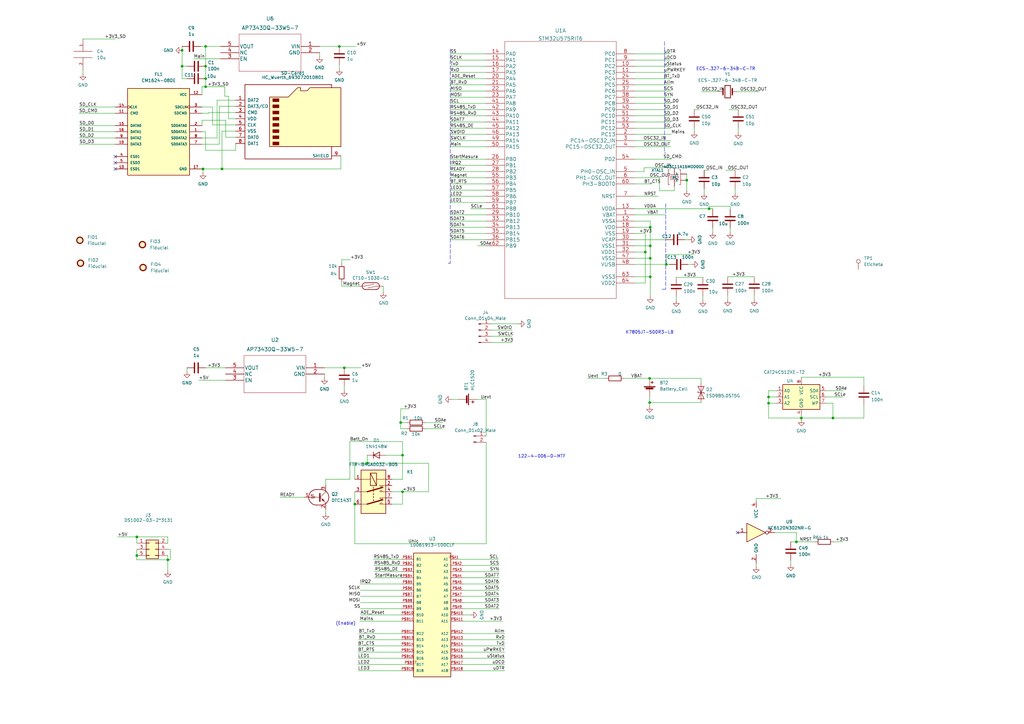
<source format=kicad_sch>
(kicad_sch (version 20211123) (generator eeschema)
  (paper "A3")
  (title_block (title "CPU ") (rev "4.0") (company "Delta Electronics SRL"))
  (junction (at 266.7 113.538))
  (junction (at 164.3126 173.3042))
  (junction (at 266.446 155.194))
  (junction (at 165.1 186.69))
  (junction (at 281.686 73.914))
  (junction (at 315.214 165.354))
  (junction (at 273.304 108.458))
  (junction (at 145.542 206.756))
  (junction (at 290.83 85.598))
  (junction (at 141.224 150.876))
  (junction (at 84.328 19.05))
  (junction (at 341.63 171.45))
  (junction (at 91.059 69.2912))
  (junction (at 315.214 162.814))
  (junction (at 74.676 27.178))
  (junction (at 68.834 229.616))
  (junction (at 83.2612 69.2912))
  (junction (at 326.644 222.25))
  (junction (at 74.676 20.6502))
  (junction (at 150.622 189.992))
  (junction (at 56.134 227.838))
  (junction (at 328.676 171.45))
  (junction (at 266.7 105.918))
  (junction (at 84.328 32.258))
  (junction (at 84.328 35.56))
  (junction (at 264.668 103.378))
  (junction (at 266.7 93.218))
  (junction (at 84.328 27.178))
  (junction (at 165.1 201.676))
  (junction (at 139.192 19.05))
  (junction (at 266.7 100.838))
  (junction (at 266.446 165.1))
  (junction (at 56.134 220.218))
  (no_connect (at 47.2948 69.2912))
  (no_connect (at 454.66 81.28))
  (no_connect (at 302.514 218.44))
  (no_connect (at 47.2948 66.7512))
  (no_connect (at 47.2948 64.2112))
  (wire (pts (xy 81.534 155.956) (xy 92.456 155.956)))
  (polyline (pts (xy 184.658 107.95) (xy 183.896 107.95)))
  (wire (pts (xy 56.134 222.758) (xy 56.134 220.218)))
  (wire (pts (xy 47.2948 46.4312) (xy 32.4104 46.4312)))
  (wire (pts (xy 310.134 231.14) (xy 310.134 232.41)))
  (wire (pts (xy 68.834 229.616) (xy 68.834 234.188)))
  (wire (pts (xy 189.992 234.442) (xy 204.724 234.442)))
  (wire (pts (xy 89.8906 59.1312) (xy 89.8906 43.6118)))
  (wire (pts (xy 140.1318 106.5022) (xy 140.1318 108.0516)))
  (wire (pts (xy 260.35 93.218) (xy 266.7 93.218)))
  (wire (pts (xy 309.372 121.158) (xy 309.372 122.936)))
  (wire (pts (xy 164.3126 175.8442) (xy 166.8526 175.8442)))
  (wire (pts (xy 189.992 254.762) (xy 205.994 254.762)))
  (wire (pts (xy 338.836 162.814) (xy 345.694 162.814)))
  (wire (pts (xy 184.658 67.818) (xy 199.39 67.818)))
  (wire (pts (xy 184.658 98.298) (xy 199.39 98.298)))
  (wire (pts (xy 288.798 69.85) (xy 290.83 69.85)))
  (wire (pts (xy 145.542 189.992) (xy 145.542 196.596)))
  (wire (pts (xy 84.328 35.56) (xy 92.1766 35.56)))
  (wire (pts (xy 324.3326 222.25) (xy 326.644 222.25)))
  (wire (pts (xy 201.422 140.462) (xy 210.058 140.462)))
  (wire (pts (xy 315.214 165.354) (xy 318.516 165.354)))
  (wire (pts (xy 260.35 100.838) (xy 266.7 100.838)))
  (wire (pts (xy 165.1 196.596) (xy 160.782 196.596)))
  (wire (pts (xy 345.7702 160.2232) (xy 345.7702 160.274)))
  (polyline (pts (xy 271.526 118.618) (xy 273.05 118.618)))
  (wire (pts (xy 199.39 223.012) (xy 199.39 181.356)))
  (wire (pts (xy 184.658 47.498) (xy 199.39 47.498)))
  (wire (pts (xy 89.027 41.0718) (xy 96.647 41.0718)))
  (wire (pts (xy 284.734 44.958) (xy 286.766 44.958)))
  (wire (pts (xy 273.304 108.458) (xy 274.574 108.458)))
  (wire (pts (xy 93.726 39.4462) (xy 92.1766 39.4462)))
  (wire (pts (xy 315.214 160.274) (xy 315.214 162.814)))
  (wire (pts (xy 201.422 135.382) (xy 210.058 135.382)))
  (wire (pts (xy 277.368 121.412) (xy 277.368 123.19)))
  (wire (pts (xy 315.214 165.354) (xy 315.214 171.45)))
  (wire (pts (xy 354.33 158.242) (xy 354.33 154.686)))
  (wire (pts (xy 82.8548 54.0512) (xy 84.3026 54.0512)))
  (wire (pts (xy 153.162 229.362) (xy 164.592 229.362)))
  (wire (pts (xy 204.724 231.902) (xy 189.992 231.902)))
  (wire (pts (xy 275.082 60.198) (xy 260.35 60.198)))
  (wire (pts (xy 199.39 93.218) (xy 184.658 93.218)))
  (wire (pts (xy 96.647 61.6712) (xy 96.647 58.8518)))
  (wire (pts (xy 184.658 70.358) (xy 199.39 70.358)))
  (wire (pts (xy 275.082 27.178) (xy 260.35 27.178)))
  (wire (pts (xy 140.1318 117.348) (xy 146.9898 117.348)))
  (wire (pts (xy 150.622 189.992) (xy 175.768 189.992)))
  (wire (pts (xy 133.096 150.876) (xy 141.224 150.876)))
  (wire (pts (xy 158.242 186.69) (xy 165.1 186.69)))
  (wire (pts (xy 92.6084 49.3522) (xy 82.8548 49.3522)))
  (wire (pts (xy 326.644 222.25) (xy 334.264 222.25)))
  (wire (pts (xy 275.082 57.658) (xy 260.35 57.658)))
  (wire (pts (xy 341.63 165.354) (xy 338.836 165.354)))
  (wire (pts (xy 241.046 155.194) (xy 248.412 155.194)))
  (wire (pts (xy 266.7 90.678) (xy 266.7 93.218)))
  (wire (pts (xy 147.828 247.142) (xy 164.592 247.142)))
  (wire (pts (xy 82.8548 69.2912) (xy 83.2612 69.2912)))
  (wire (pts (xy 315.214 162.814) (xy 318.516 162.814)))
  (wire (pts (xy 184.658 24.638) (xy 199.39 24.638)))
  (wire (pts (xy 32.512 51.5112) (xy 47.2948 51.5112)))
  (polyline (pts (xy 183.896 107.95) (xy 183.896 107.95)))
  (wire (pts (xy 260.35 113.538) (xy 266.7 113.538)))
  (wire (pts (xy 187.452 229.362) (xy 204.47 229.362)))
  (wire (pts (xy 189.992 252.222) (xy 193.04 252.222)))
  (wire (pts (xy 164.3126 173.3042) (xy 166.8526 173.3042)))
  (wire (pts (xy 164.3126 173.3042) (xy 164.3126 175.8442)))
  (wire (pts (xy 290.83 84.582) (xy 290.83 85.598)))
  (wire (pts (xy 133.096 153.416) (xy 133.096 155.0162)))
  (wire (pts (xy 275.082 42.418) (xy 260.35 42.418)))
  (wire (pts (xy 145.542 206.756) (xy 145.542 223.012)))
  (wire (pts (xy 84.328 32.258) (xy 84.328 35.56)))
  (wire (pts (xy 275.082 47.498) (xy 260.35 47.498)))
  (wire (pts (xy 147.828 244.602) (xy 164.592 244.602)))
  (wire (pts (xy 189.992 244.602) (xy 204.724 244.602)))
  (wire (pts (xy 199.39 88.138) (xy 184.658 88.138)))
  (wire (pts (xy 354.33 165.862) (xy 354.33 171.45)))
  (wire (pts (xy 82.8548 56.5912) (xy 89.027 56.5912)))
  (wire (pts (xy 260.35 50.038) (xy 275.082 50.038)))
  (wire (pts (xy 74.676 27.178) (xy 76.708 27.178)))
  (wire (pts (xy 287.528 164.846) (xy 287.528 165.1)))
  (wire (pts (xy 76.708 32.258) (xy 74.676 32.258)))
  (wire (pts (xy 160.782 201.676) (xy 165.1 201.676)))
  (wire (pts (xy 297.688 69.85) (xy 301.498 69.85)))
  (wire (pts (xy 141.224 158.496) (xy 141.224 160.0962)))
  (wire (pts (xy 266.446 162.814) (xy 266.446 165.1)))
  (wire (pts (xy 193.04 85.598) (xy 199.39 85.598)))
  (wire (pts (xy 328.676 155.194) (xy 328.676 154.686)))
  (wire (pts (xy 287.528 165.1) (xy 266.446 165.1)))
  (wire (pts (xy 74.676 19.05) (xy 74.676 20.6502)))
  (wire (pts (xy 34.036 16.002) (xy 47.244 16.002)))
  (wire (pts (xy 184.658 57.658) (xy 199.39 57.658)))
  (wire (pts (xy 292.354 93.472) (xy 292.354 95.25)))
  (wire (pts (xy 56.134 229.616) (xy 68.834 229.616)))
  (wire (pts (xy 85.598 46.1518) (xy 85.598 46.4312)))
  (wire (pts (xy 147.828 252.222) (xy 164.592 252.222)))
  (wire (pts (xy 184.658 72.898) (xy 199.39 72.898)))
  (wire (pts (xy 264.668 116.078) (xy 264.668 103.378)))
  (wire (pts (xy 287.528 155.194) (xy 287.528 157.226)))
  (wire (pts (xy 74.676 27.178) (xy 74.676 32.258)))
  (wire (pts (xy 275.336 65.278) (xy 260.35 65.278)))
  (wire (pts (xy 164.3126 167.6908) (xy 167.7924 167.6908)))
  (wire (pts (xy 84.3026 54.0512) (xy 84.3026 61.6712)))
  (wire (pts (xy 184.658 95.758) (xy 199.39 95.758)))
  (wire (pts (xy 96.647 46.1518) (xy 85.598 46.1518)))
  (wire (pts (xy 146.812 267.462) (xy 164.592 267.462)))
  (wire (pts (xy 273.304 108.458) (xy 273.304 104.394)))
  (wire (pts (xy 195.58 163.83) (xy 199.39 163.83)))
  (wire (pts (xy 260.35 85.598) (xy 290.83 85.598)))
  (wire (pts (xy 164.3126 167.6908) (xy 164.3126 173.3042)))
  (wire (pts (xy 147.574 254.762) (xy 164.592 254.762)))
  (wire (pts (xy 260.35 32.258) (xy 275.336 32.258)))
  (polyline (pts (xy 272.542 17.018) (xy 272.542 62.738)))
  (wire (pts (xy 260.35 88.138) (xy 273.05 88.138)))
  (wire (pts (xy 266.7 100.838) (xy 266.7 105.918)))
  (wire (pts (xy 184.658 80.518) (xy 199.39 80.518)))
  (wire (pts (xy 174.4726 173.3042) (xy 181.4068 173.3042)))
  (wire (pts (xy 84.328 27.178) (xy 84.328 32.258)))
  (wire (pts (xy 341.884 222.25) (xy 345.6432 222.25)))
  (wire (pts (xy 153.67 236.982) (xy 164.592 236.982)))
  (wire (pts (xy 310.134 205.74) (xy 310.134 204.47)))
  (wire (pts (xy 184.658 90.678) (xy 199.39 90.678)))
  (wire (pts (xy 275.082 24.638) (xy 260.35 24.638)))
  (wire (pts (xy 48.26 220.218) (xy 56.134 220.218)))
  (wire (pts (xy 89.027 56.5912) (xy 89.027 41.0718)))
  (wire (pts (xy 326.644 218.44) (xy 326.644 222.25)))
  (wire (pts (xy 184.658 83.058) (xy 199.39 83.058)))
  (wire (pts (xy 184.658 34.798) (xy 199.39 34.798)))
  (wire (pts (xy 139.192 26.67) (xy 139.192 28.2702)))
  (wire (pts (xy 82.8548 49.3522) (xy 82.8548 51.5112)))
  (wire (pts (xy 141.224 150.876) (xy 148.082 150.876)))
  (wire (pts (xy 184.658 65.278) (xy 199.39 65.278)))
  (wire (pts (xy 32.4866 56.5912) (xy 47.2948 56.5912)))
  (wire (pts (xy 338.836 160.274) (xy 345.7702 160.274)))
  (wire (pts (xy 315.214 171.45) (xy 328.676 171.45)))
  (wire (pts (xy 84.328 150.876) (xy 92.456 150.876)))
  (wire (pts (xy 260.35 72.898) (xy 270.51 72.898)))
  (wire (pts (xy 91.059 53.7718) (xy 91.059 69.2912)))
  (wire (pts (xy 96.647 51.2318) (xy 87.1728 51.2318)))
  (wire (pts (xy 189.992 275.082) (xy 207.01 275.082)))
  (wire (pts (xy 187.96 163.83) (xy 185.166 163.83)))
  (wire (pts (xy 143.51 181.102) (xy 143.51 196.596)))
  (wire (pts (xy 147.066 262.382) (xy 164.592 262.382)))
  (wire (pts (xy 287.782 37.592) (xy 294.64 37.592)))
  (wire (pts (xy 189.992 272.542) (xy 207.01 272.542)))
  (wire (pts (xy 270.51 78.232) (xy 276.606 78.232)))
  (wire (pts (xy 266.7 93.218) (xy 266.7 100.838)))
  (wire (pts (xy 299.466 85.852) (xy 299.466 84.582)))
  (wire (pts (xy 299.466 84.582) (xy 290.83 84.582)))
  (wire (pts (xy 201.422 132.842) (xy 212.598 132.842)))
  (wire (pts (xy 264.16 70.358) (xy 264.16 68.834)))
  (wire (pts (xy 260.35 103.378) (xy 264.668 103.378)))
  (wire (pts (xy 82.8548 59.1312) (xy 89.8906 59.1312)))
  (wire (pts (xy 264.668 95.758) (xy 264.668 103.378)))
  (wire (pts (xy 87.1728 43.8912) (xy 82.8548 43.8912)))
  (wire (pts (xy 184.658 27.178) (xy 199.39 27.178)))
  (wire (pts (xy 199.39 32.258) (xy 184.658 32.258)))
  (wire (pts (xy 56.134 225.298) (xy 56.134 227.838)))
  (wire (pts (xy 282.194 108.458) (xy 283.718 108.458)))
  (wire (pts (xy 74.676 20.6502) (xy 74.676 27.178)))
  (wire (pts (xy 133.604 209.042) (xy 133.604 210.566)))
  (wire (pts (xy 301.498 77.47) (xy 301.498 79.248)))
  (wire (pts (xy 260.35 70.358) (xy 264.16 70.358)))
  (wire (pts (xy 275.082 44.958) (xy 260.35 44.958)))
  (wire (pts (xy 181.4068 173.2534) (xy 181.4068 173.3042)))
  (wire (pts (xy 47.2948 59.1312) (xy 32.5374 59.1312)))
  (wire (pts (xy 87.1728 51.2318) (xy 87.1728 43.8912)))
  (wire (pts (xy 275.082 22.098) (xy 260.35 22.098)))
  (wire (pts (xy 184.658 52.578) (xy 199.39 52.578)))
  (wire (pts (xy 68.834 227.838) (xy 68.834 229.616)))
  (wire (pts (xy 277.368 113.792) (xy 288.29 113.792)))
  (wire (pts (xy 315.214 162.814) (xy 315.214 165.354)))
  (wire (pts (xy 204.724 236.982) (xy 189.992 236.982)))
  (wire (pts (xy 139.827 63.9318) (xy 139.827 69.2912)))
  (wire (pts (xy 290.83 85.598) (xy 292.354 85.598)))
  (wire (pts (xy 89.8906 43.6118) (xy 96.647 43.6118)))
  (wire (pts (xy 260.35 80.518) (xy 270.002 80.518)))
  (wire (pts (xy 157.226 119.888) (xy 157.1498 117.348)))
  (wire (pts (xy 189.992 270.002) (xy 207.01 270.002)))
  (wire (pts (xy 34.036 28.702) (xy 34.036 30.3022)))
  (wire (pts (xy 302.768 52.578) (xy 302.768 54.356)))
  (wire (pts (xy 184.658 55.118) (xy 199.39 55.118)))
  (wire (pts (xy 260.35 108.458) (xy 273.304 108.458)))
  (wire (pts (xy 184.658 39.878) (xy 199.39 39.878)))
  (wire (pts (xy 69.85 225.298) (xy 69.85 229.616)))
  (wire (pts (xy 204.724 239.522) (xy 189.992 239.522)))
  (wire (pts (xy 275.082 34.798) (xy 260.35 34.798)))
  (wire (pts (xy 96.647 48.6918) (xy 93.726 48.6918)))
  (wire (pts (xy 266.446 155.194) (xy 287.528 155.194)))
  (wire (pts (xy 184.658 50.038) (xy 199.39 50.038)))
  (wire (pts (xy 93.726 48.6918) (xy 93.726 39.4462)))
  (wire (pts (xy 133.604 196.596) (xy 133.604 198.882)))
  (wire (pts (xy 145.542 189.992) (xy 150.622 189.992)))
  (polyline (pts (xy 184.658 20.066) (xy 184.658 107.95)))
  (polyline (pts (xy 272.542 62.738) (xy 273.05 62.738)))
  (wire (pts (xy 207.01 267.462) (xy 189.992 267.462)))
  (wire (pts (xy 85.598 46.4312) (xy 82.8548 46.4312)))
  (wire (pts (xy 341.63 171.45) (xy 341.63 165.354)))
  (wire (pts (xy 318.516 160.274) (xy 315.214 160.274)))
  (wire (pts (xy 184.658 60.198) (xy 199.39 60.198)))
  (wire (pts (xy 69.85 229.616) (xy 68.834 229.616)))
  (wire (pts (xy 79.502 24.13) (xy 90.424 24.13)))
  (wire (pts (xy 298.45 121.158) (xy 298.45 122.936)))
  (wire (pts (xy 280.924 98.298) (xy 282.448 98.298)))
  (wire (pts (xy 260.35 37.338) (xy 275.082 37.338)))
  (wire (pts (xy 76.708 150.876) (xy 76.708 152.4762)))
  (wire (pts (xy 165.1 181.102) (xy 143.51 181.102)))
  (wire (pts (xy 302.26 37.592) (xy 311.404 37.592)))
  (wire (pts (xy 82.296 19.05) (xy 84.328 19.05)))
  (wire (pts (xy 266.7 105.918) (xy 266.7 113.538)))
  (wire (pts (xy 310.134 204.47) (xy 320.294 204.47)))
  (wire (pts (xy 140.1318 106.5022) (xy 143.6878 106.5022)))
  (wire (pts (xy 201.422 137.922) (xy 210.058 137.922)))
  (wire (pts (xy 324.3326 229.87) (xy 324.3326 231.5718)))
  (wire (pts (xy 184.658 29.718) (xy 199.39 29.718)))
  (wire (pts (xy 189.992 249.682) (xy 204.724 249.682)))
  (wire (pts (xy 270.51 72.898) (xy 270.51 78.232)))
  (wire (pts (xy 32.512 54.0512) (xy 47.2948 54.0512)))
  (wire (pts (xy 146.812 275.082) (xy 164.592 275.082)))
  (wire (pts (xy 184.658 22.098) (xy 199.39 22.098)))
  (wire (pts (xy 147.828 249.682) (xy 164.592 249.682)))
  (wire (pts (xy 260.35 55.118) (xy 275.336 55.118)))
  (wire (pts (xy 160.782 206.756) (xy 165.1 206.756)))
  (wire (pts (xy 56.134 220.218) (xy 68.834 220.218)))
  (wire (pts (xy 199.39 75.438) (xy 184.658 75.438)))
  (wire (pts (xy 354.33 171.45) (xy 341.63 171.45)))
  (wire (pts (xy 140.1318 115.6716) (xy 140.1318 117.348)))
  (wire (pts (xy 204.724 242.062) (xy 189.992 242.062)))
  (wire (pts (xy 275.082 29.718) (xy 260.35 29.718)))
  (wire (pts (xy 328.676 170.434) (xy 328.676 171.45)))
  (wire (pts (xy 82.8548 38.8112) (xy 82.8548 35.56)))
  (wire (pts (xy 146.812 272.542) (xy 167.132 272.542)))
  (wire (pts (xy 84.328 19.05) (xy 84.328 27.178)))
  (wire (pts (xy 153.416 231.902) (xy 164.592 231.902)))
  (wire (pts (xy 273.304 104.394) (xy 284.734 104.394)))
  (wire (pts (xy 139.192 19.05) (xy 146.05 19.05)))
  (wire (pts (xy 298.958 44.958) (xy 302.768 44.958)))
  (wire (pts (xy 90.424 19.05) (xy 84.328 19.05)))
  (wire (pts (xy 260.35 105.918) (xy 266.7 105.918)))
  (wire (pts (xy 56.134 227.838) (xy 56.134 229.616)))
  (wire (pts (xy 266.7 113.538) (xy 266.7 121.666)))
  (wire (pts (xy 281.686 71.374) (xy 281.686 73.914)))
  (wire (pts (xy 165.1 201.676) (xy 175.768 201.676)))
  (wire (pts (xy 153.67 234.442) (xy 164.592 234.442)))
  (wire (pts (xy 260.35 98.298) (xy 273.304 98.298)))
  (wire (pts (xy 275.082 52.578) (xy 260.35 52.578)))
  (wire (pts (xy 92.6084 56.3118) (xy 92.6084 49.3522)))
  (wire (pts (xy 165.1 181.102) (xy 165.1 186.69)))
  (wire (pts (xy 317.754 218.44) (xy 326.644 218.44)))
  (wire (pts (xy 145.542 201.676) (xy 145.542 206.756)))
  (wire (pts (xy 92.1766 39.4462) (xy 92.1766 35.56)))
  (wire (pts (xy 298.45 113.538) (xy 309.372 113.538)))
  (wire (pts (xy 264.16 68.834) (xy 276.606 68.834)))
  (wire (pts (xy 114.808 203.962) (xy 124.714 203.962)))
  (wire (pts (xy 275.082 39.878) (xy 260.35 39.878)))
  (wire (pts (xy 146.812 270.002) (xy 164.592 270.002)))
  (wire (pts (xy 68.834 225.298) (xy 69.85 225.298)))
  (wire (pts (xy 184.658 77.978) (xy 199.39 77.978)))
  (wire (pts (xy 184.658 37.338) (xy 199.39 37.338)))
  (wire (pts (xy 83.2612 69.2912) (xy 83.2612 70.8914)))
  (wire (pts (xy 276.606 78.232) (xy 276.606 76.454)))
  (wire (pts (xy 207.01 262.382) (xy 189.992 262.382)))
  (wire (pts (xy 204.724 247.142) (xy 189.992 247.142)))
  (wire (pts (xy 299.466 93.472) (xy 299.466 95.25)))
  (wire (pts (xy 147.828 242.062) (xy 164.592 242.062)))
  (wire (pts (xy 328.676 171.45) (xy 341.63 171.45)))
  (wire (pts (xy 288.798 77.47) (xy 288.798 79.248)))
  (wire (pts (xy 150.622 186.69) (xy 150.622 189.992)))
  (wire (pts (xy 266.446 165.1) (xy 266.446 166.624)))
  (wire (pts (xy 146.812 264.922) (xy 164.592 264.922)))
  (wire (pts (xy 131.064 21.59) (xy 131.064 23.1902)))
  (wire (pts (xy 281.686 73.914) (xy 281.686 78.232)))
  (wire (pts (xy 207.01 259.842) (xy 189.992 259.842)))
  (wire (pts (xy 260.35 90.678) (xy 266.7 90.678)))
  (wire (pts (xy 84.3026 61.6712) (xy 96.647 61.6712)))
  (wire (pts (xy 292.354 85.598) (xy 292.354 85.852)))
  (wire (pts (xy 260.35 95.758) (xy 264.668 95.758)))
  (wire (pts (xy 96.647 53.7718) (xy 91.059 53.7718)))
  (wire (pts (xy 260.35 75.438) (xy 267.462 75.438)))
  (wire (pts (xy 328.676 154.686) (xy 354.33 154.686)))
  (polyline (pts (xy 273.05 83.566) (xy 273.05 118.618)))
  (wire (pts (xy 82.8548 35.56) (xy 84.328 35.56)))
  (wire (pts (xy 68.834 220.218) (xy 68.834 222.758)))
  (wire (pts (xy 139.827 69.2912) (xy 91.059 69.2912)))
  (wire (pts (xy 147.066 259.842) (xy 164.592 259.842)))
  (wire (pts (xy 165.1 206.756) (xy 165.1 201.676)))
  (wire (pts (xy 184.658 42.418) (xy 199.39 42.418)))
  (wire (pts (xy 32.4866 43.8912) (xy 47.2948 43.8912)))
  (wire (pts (xy 147.574 239.522) (xy 164.592 239.522)))
  (wire (pts (xy 199.39 163.83) (xy 199.39 178.816)))
  (wire (pts (xy 165.1 186.69) (xy 165.1 196.596)))
  (wire (pts (xy 131.064 19.05) (xy 139.192 19.05)))
  (wire (pts (xy 266.446 155.194) (xy 256.032 155.194)))
  (wire (pts (xy 207.01 264.922) (xy 189.992 264.922)))
  (wire (pts (xy 175.768 201.676) (xy 175.768 189.992)))
  (wire (pts (xy 133.604 196.596) (xy 143.51 196.596)))
  (wire (pts (xy 328.676 171.45) (xy 328.676 172.1358)))
  (wire (pts (xy 174.4726 175.8442) (xy 181.3306 175.8442)))
  (wire (pts (xy 284.734 52.578) (xy 284.734 54.102)))
  (wire (pts (xy 199.39 44.958) (xy 184.658 44.958)))
  (wire (pts (xy 96.647 56.3118) (xy 92.6084 56.3118)))
  (wire (pts (xy 145.542 223.012) (xy 199.39 223.012)))
  (wire (pts (xy 288.29 121.412) (xy 288.29 123.19)))
  (wire (pts (xy 91.059 69.2912) (xy 83.2612 69.2912)))
  (wire (pts (xy 260.35 116.078) (xy 264.668 116.078)))
  (wire (pts (xy 195.834 100.838) (xy 199.39 100.838)))
  (text "ECS-.327-6-34B-C-TR" (at 285.496 29.1084 0) (effects (font (size 1.27 1.27)) (justify left bottom)))
  (text "K7805JT-500R3-LB" (at 256.54 137.16 0) (effects (font (size 1.27 1.27)) (justify left bottom)))
  (text "(Enable)" (at 137.668 256.54 0) (effects (font (size 1.27 1.27)) (justify left bottom)))
  (text "122-4-006-0-MTF" (at 212.4202 188.0108 0) (effects (font (size 1.27 1.27)) (justify left bottom)))
  (label "Uext" (at 241.046 155.194 0))
  (label "Mains" (at 275.336 55.118 0))
  (label "OSC_OUT" (at 266.446 72.898 0))
  (label "SD_D2" (at 272.288 47.498 0))
  (label "SDAe" (at 196.85 100.838 0))
  (label "Batt_On" (at 143.51 181.102 0))
  (label "OSC32_IN" (at 287.782 37.592 0))
  (label "OSC32_IN" (at 285.496 44.958 0))
  (label "SD_D0" (at 32.512 51.5112 0))
  (label "NRST" (at 264.16 80.518 0))
  (label "ADE_Reset" (at 147.828 252.222 0))
  (label "RS485_DE" (at 153.67 234.442 0))
  (label "RxD" (at 184.658 29.718 0))
  (label "SDAT5" (at 204.724 242.062 180))
  (label "OSC32_OUT" (at 303.53 37.592 0))
  (label "OSC32_OUT" (at 263.906 60.198 0))
  (label "SDAT4" (at 184.658 93.218 0))
  (label "LED3" (at 184.658 77.978 0))
  (label "SDAT6" (at 184.658 98.298 0))
  (label "RS485_TxD" (at 184.658 44.958 0))
  (label "+3V3" (at 335.534 154.686 0))
  (label "OSC_OUT" (at 298.45 69.85 0))
  (label "BT_RTS" (at 146.812 267.462 0))
  (label "SDAe" (at 342.5952 160.274 0))
  (label "TxD" (at 184.658 27.178 0))
  (label "uDTR" (at 272.288 22.098 0))
  (label "SDAT2" (at 184.658 88.138 0))
  (label "SDAT7" (at 204.724 236.982 180))
  (label "LED1" (at 184.658 83.058 0))
  (label "SDAT7" (at 184.658 50.038 0))
  (label "SDAT4" (at 204.724 244.602 180))
  (label "SCS" (at 272.288 37.338 0))
  (label "+5V" (at 148.082 150.876 0))
  (label "SWDIO" (at 203.962 135.382 0))
  (label "BT_TxD" (at 147.066 259.842 0))
  (label "LED2" (at 184.658 80.518 0))
  (label "VBAT" (at 265.43 88.138 0))
  (label "VDDA" (at 264.16 85.598 0))
  (label "SCL" (at 204.47 229.362 180))
  (label "+3V3" (at 280.162 113.792 0))
  (label "uPWRKEY" (at 272.288 29.718 0))
  (label "Uext" (at 197.104 163.83 0))
  (label "SD_CMD" (at 32.4104 46.4312 0))
  (label "VBAT" (at 258.826 155.194 0))
  (label "uPWRKEY" (at 207.01 267.462 180))
  (label "SWDIO" (at 184.658 55.118 0))
  (label "Magnet" (at 140.6398 117.348 0))
  (label "SCL" (at 184.658 42.418 0))
  (label "SDAT3" (at 204.724 247.142 180))
  (label "LED1" (at 146.812 270.002 0))
  (label "LED3" (at 146.812 275.082 0))
  (label "SCLe" (at 177.7746 175.8442 0))
  (label "IRQ2" (at 184.658 67.818 0))
  (label "ADE_Reset" (at 185.166 32.258 0))
  (label "StartMasura" (at 153.67 236.982 0))
  (label "SWCLK" (at 204.216 137.922 0))
  (label "uStatus" (at 272.288 27.178 0))
  (label "MOSI" (at 184.658 39.878 0))
  (label "OSC32_IN" (at 263.906 57.658 0))
  (label "BT_RxD" (at 147.066 262.382 0))
  (label "BT_CTS" (at 146.812 264.922 0))
  (label "BT_TxD" (at 272.288 32.258 0))
  (label "uDCD" (at 272.288 24.638 0))
  (label "SCLe" (at 193.04 85.598 0))
  (label "SDAT5" (at 184.658 95.758 0))
  (label "Mains" (at 147.574 254.762 0))
  (label "MISO" (at 147.828 244.602 180))
  (label "+3V3" (at 281.94 104.394 0))
  (label "RS485_TxD" (at 153.162 229.362 0))
  (label "NRST" (at 327.9394 222.25 0))
  (label "+3V3" (at 165.1 201.676 0))
  (label "READY" (at 184.658 70.358 0))
  (label "Alim" (at 272.288 34.798 0))
  (label "SDAT2" (at 204.724 249.682 180))
  (label "+3V3_SD" (at 42.926 16.002 0))
  (label "SD_D1" (at 32.512 54.0512 0))
  (label "SD_D3" (at 272.288 50.038 0))
  (label "SD_CLK" (at 32.4866 43.8912 0))
  (label "OSC_IN" (at 268.478 68.834 0))
  (label "RS485_RxD" (at 184.658 47.498 0))
  (label "uDTR" (at 207.01 275.082 180))
  (label "SS" (at 147.828 249.682 180))
  (label "BT_RTS" (at 184.658 75.438 0))
  (label "SDAT3" (at 184.658 90.678 0))
  (label "RxD" (at 207.01 262.382 180))
  (label "TxD" (at 207.01 264.922 180))
  (label "SD_CLK" (at 272.288 52.578 0))
  (label "SDAe" (at 178.2318 173.3042 0))
  (label "SD_D0" (at 272.288 42.418 0))
  (label "BT_RxD" (at 184.658 34.798 0))
  (label "+3V3_SD" (at 85.1154 35.56 0))
  (label "SCLe" (at 342.138 162.814 0))
  (label "+3V3" (at 300.228 113.538 0))
  (label "+3V3" (at 143.6878 106.5022 0))
  (label "+5V" (at 48.26 220.218 0))
  (label "BT_CTS" (at 264.16 75.438 0))
  (label "SD_CMD" (at 272.034 65.278 0))
  (label "StartMasura" (at 184.658 65.278 0))
  (label "Magnet" (at 184.658 72.898 0))
  (label "+5V" (at 81.534 155.956 0))
  (label "RS485_DE" (at 184.658 52.578 0))
  (label "SS" (at 184.658 22.098 0))
  (label "+3V3" (at 205.232 140.462 0))
  (label "+3V3" (at 262.128 95.758 0))
  (label "SD_D3" (at 32.5374 59.1312 0))
  (label "SWCLK" (at 184.658 57.658 0))
  (label "RS485_RxD" (at 153.416 231.902 0))
  (label "LED2" (at 146.812 272.542 0))
  (label "+3V3" (at 165.5064 167.6908 0))
  (label "+3V3" (at 205.994 254.762 180))
  (label "uDCD" (at 207.01 272.542 180))
  (label "MOSI" (at 147.828 247.142 180))
  (label "+5V" (at 146.05 19.05 0))
  (label "+3V3" (at 85.09 150.876 0))
  (label "READY" (at 114.808 203.962 0))
  (label "MISO" (at 184.658 37.338 0))
  (label "SCLK" (at 184.658 24.638 0))
  (label "Main" (at 79.502 24.13 0))
  (label "OSC32_OUT" (at 299.72 44.958 0))
  (label "IRQ2" (at 147.574 239.522 0))
  (label "SDAT6" (at 204.724 239.522 180))
  (label "SD_D1" (at 272.288 44.958 0))
  (label "OSC_IN" (at 289.56 69.85 0))
  (label "SYN" (at 272.288 39.878 0))
  (label "SCLK" (at 147.828 242.062 180))
  (label "Alim" (at 207.01 259.842 180))
  (label "SYN" (at 204.724 234.442 180))
  (label "uStatus" (at 207.01 270.002 180))
  (label "+3V3" (at 342.6968 222.25 0))
  (label "Main" (at 184.658 60.198 0))
  (label "+3V3" (at 313.944 204.47 0))
  (label "Uhlc" (at 167.386 223.012 0))
  (label "SD_D2" (at 32.4866 56.5912 0))
  (label "SCS" (at 204.724 231.902 180))
  (symbol (lib_id "Connector:Micro_SD_Card") (at 119.507 48.6918 0) (unit 1)
    (property "Reference" "SD-Card1" (at 120.142 29.972 0))
    (property "Value" "HC_Wuerth_693072010801" (at 120.142 31.75 0))
    (property "Footprint" "Connector_Card:microSD_HC_Wuerth_693072010801" (effects hide))
    (property "Datasheet" "http://katalog.we-online.de/em/datasheet/693072010801.pdf" (effects hide))
  )
  (symbol (lib_id "power:GND") (at 133.096 155.0162 0) (unit 1)
    (property "Reference" "#PWR010" (effects hide))
    (property "Value" "GND" (at 133.096 159.5787 0))
  )
  (symbol (lib_id "power:GND") (at 328.676 172.1358 0) (unit 1)
    (property "Reference" "#PWR018" (effects hide))
    (property "Value" "GND" (at 328.676 176.6983 0))
  )
  (symbol (lib_id "Device:C") (at 298.45 117.348 0) (unit 1)
    (property "Reference" "C27" (at 301.371 116.4395 0) (effects (justify left)))
    (property "Value" "100n" (at 301.371 119.2146 0) (effects (justify left)))
    (property "Footprint" "Capacitor_SMD:C_0603_1608Metric" (effects hide))
  )
  (symbol (lib_id "Connector:TestPoint") (at 352.044 110.49 0) (unit 1)
    (property "Reference" "TP1" (at 354.33 105.9179 0) (effects (justify left)))
    (property "Value" "Eticheta" (at 354.33 108.4579 0) (effects (justify left)))
    (property "Footprint" "Symbol:Eticheta" (effects hide))
  )
  (symbol (lib_id "Device:C") (at 80.518 32.258 90) (mirror x) (unit 1)
    (property "Reference" "C11" (at 79.502 30.734 90) (effects (justify left)))
    (property "Value" "10u" (at 88.646 31.242 90) (effects (justify left)))
    (property "Footprint" "Capacitor_SMD:C_1206_3216Metric" (effects hide))
  )
  (symbol (lib_id "Diode:ESD9B5.0ST5G") (at 287.528 161.036 90) (unit 1)
    (property "Reference" "D2" (at 289.56 159.7659 90) (effects (justify right)))
    (property "Value" "ESD9B5.0ST5G" (at 289.56 162.3059 90) (effects (justify right)))
    (property "Footprint" "ESD:SOD-923_ONS" (effects hide))
    (property "Datasheet" "https://www.onsemi.com/pub/Collateral/ESD9B-D.PDF" (effects hide))
  )
  (symbol (lib_id "Device:C") (at 139.192 22.86 0) (unit 1)
    (property "Reference" "C10" (at 142.24 21.5899 0) (effects (justify left)))
    (property "Value" "1u" (at 142.24 24.1299 0) (effects (justify left)))
    (property "Footprint" "Capacitor_SMD:C_0603_1608Metric" (effects hide))
  )
  (symbol (lib_id "Device:C") (at 299.466 89.662 0) (unit 1)
    (property "Reference" "C8" (at 302.387 88.7535 0) (effects (justify left)))
    (property "Value" "100n" (at 302.387 91.5286 0) (effects (justify left)))
    (property "Footprint" "Capacitor_SMD:C_0603_1608Metric" (effects hide))
  )
  (symbol (lib_id "power:GND") (at 298.45 122.936 0) (unit 1)
    (property "Reference" "#PWR0147" (effects hide))
    (property "Value" "GND" (at 298.45 127.4985 0))
  )
  (symbol (lib_id "power:GND") (at 131.064 23.1902 0) (unit 1)
    (property "Reference" "#PWR020" (effects hide))
    (property "Value" "GND" (at 131.064 27.7527 0))
  )
  (symbol (lib_id "Device:C") (at 277.368 117.602 0) (unit 1)
    (property "Reference" "C29" (at 280.289 116.6935 0) (effects (justify left)))
    (property "Value" "100n" (at 280.289 119.4686 0) (effects (justify left)))
    (property "Footprint" "Capacitor_SMD:C_0603_1608Metric" (effects hide))
  )
  (symbol (lib_id "Mechanical:Fiducial") (at 33.02 107.95 0) (unit 1)
    (property "Reference" "FID2" (at 36.068 106.6799 0) (effects (justify left)))
    (property "Value" "Fiducial" (at 36.068 109.2199 0) (effects (justify left)))
    (property "Footprint" "Fiducial:Fiducial_1mm_Mask2mm" (effects hide))
  )
  (symbol (lib_id "Device:R") (at 170.6626 175.8442 270) (unit 1)
    (property "Reference" "R2" (at 167.132 177.8 90) (effects (justify right)))
    (property "Value" "10k" (at 172.4406 178.0286 90) (effects (justify right)))
    (property "Footprint" "Resistor_SMD:R_0603_1608Metric" (effects hide))
  )
  (symbol (lib_id "Device:C") (at 80.518 27.178 90) (unit 1)
    (property "Reference" "C1" (at 86.614 25.654 90))
    (property "Value" "100n" (at 87.63 28.194 90))
    (property "Footprint" "Capacitor_SMD:C_0603_1608Metric" (effects hide))
  )
  (symbol (lib_id "Device:R") (at 252.222 155.194 270) (unit 1)
    (property "Reference" "R3" (at 249.1994 153.3398 90) (effects (justify right)))
    (property "Value" "0" (at 254.9398 153.416 90) (effects (justify right)))
    (property "Footprint" "Resistor_SMD:R_0603_1608Metric" (effects hide))
  )
  (symbol (lib_id "Connector:Conn_01x02_Male") (at 194.31 178.816 0) (unit 1)
    (property "Reference" "J8" (at 194.945 173.99 0))
    (property "Value" "Conn_01x02_Male" (at 194.945 176.53 0))
    (property "Footprint" "Connector_PinHeader_2.54mm:PinHeader_1x02_P2.54mm_Vertical" (effects hide))
  )
  (symbol (lib_id "STM32U575RIT6:STM32U575RIT6") (at 199.39 22.098 0) (unit 1)
    (property "Reference" "U1" (at 229.87 12.5506 0) (effects (font (size 1.524 1.524))))
    (property "Value" "STM32U575RIT6" (at 229.87 15.8296 0) (effects (font (size 1.524 1.524))))
    (property "Footprint" "Package_QFP:LQFP-64_10x10mm_P0.5mm" (effects hide))
  )
  (symbol (lib_id "Device:Crystal") (at 298.45 37.592 0) (unit 1)
    (property "Reference" "Y1" (at 298.45 30.3784 0))
    (property "Value" "ECS-.327-6-34B-C-TR" (at 298.45 32.9184 0))
    (property "Footprint" "Crystal:Crystal_SMD_EuroQuartz_EQ161-2Pin_3.2x1.5mm" (effects hide))
  )
  (symbol (lib_id "power:GND") (at 139.192 28.2702 0) (unit 1)
    (property "Reference" "#PWR021" (effects hide))
    (property "Value" "GND" (at 139.192 32.8327 0))
  )
  (symbol (lib_id "power:GND") (at 212.598 132.842 90) (unit 1)
    (property "Reference" "#PWR016" (effects hide))
    (property "Value" "GND" (at 216.9922 132.715 0))
  )
  (symbol (lib_id "power:GND") (at 76.708 152.4762 0) (unit 1)
    (property "Reference" "#PWR08" (effects hide))
    (property "Value" "GND" (at 76.708 157.0387 0))
  )
  (symbol (lib_id "Device:C") (at 324.3326 226.06 0) (unit 1)
    (property "Reference" "C49" (at 327.5076 224.7899 0) (effects (justify left)))
    (property "Value" "100n" (at 327.5076 227.3299 0) (effects (justify left)))
    (property "Footprint" "Capacitor_SMD:C_0603_1608Metric" (effects hide))
  )
  (symbol (lib_id "power:GND") (at 309.372 122.936 0) (mirror y) (unit 1)
    (property "Reference" "#PWR0146" (effects hide))
    (property "Value" "GND" (at 309.372 127.4985 0))
  )
  (symbol (lib_id "power:GND") (at 288.29 123.19 0) (mirror y) (unit 1)
    (property "Reference" "#PWR0141" (effects hide))
    (property "Value" "GND" (at 288.29 127.7525 0))
  )
  (symbol (lib_id "Device:R") (at 338.074 222.25 270) (unit 1)
    (property "Reference" "R64" (at 337.1655 220.472 90) (effects (justify right)))
    (property "Value" "1k" (at 339.9406 220.472 90) (effects (justify right)))
    (property "Footprint" "Resistor_SMD:R_0603_1608Metric" (effects hide))
  )
  (symbol (lib_id "power:GND") (at 277.368 123.19 0) (unit 1)
    (property "Reference" "#PWR0142" (effects hide))
    (property "Value" "GND" (at 277.368 127.7525 0))
  )
  (symbol (lib_id "power:GND") (at 266.7 121.666 0) (unit 1)
    (property "Reference" "#PWR0144" (effects hide))
    (property "Value" "GND" (at 266.7 126.2285 0))
  )
  (symbol (lib_id "Device:C") (at 278.384 108.458 90) (unit 1)
    (property "Reference" "C13" (at 277.4755 105.537 90) (effects (justify left)))
    (property "Value" "100n" (at 284.607 105.4608 90) (effects (justify left)))
    (property "Footprint" "Capacitor_SMD:C_0603_1608Metric" (effects hide))
  )
  (symbol (lib_id "power:GND") (at 141.224 160.0962 0) (unit 1)
    (property "Reference" "#PWR011" (effects hide))
    (property "Value" "GND" (at 141.224 164.6587 0))
  )
  (symbol (lib_id "Device:R") (at 170.6626 173.3042 270) (unit 1)
    (property "Reference" "R1" (at 167.64 171.45 90) (effects (justify right)))
    (property "Value" "10k" (at 173.3804 171.5262 90) (effects (justify right)))
    (property "Footprint" "Resistor_SMD:R_0603_1608Metric" (effects hide))
  )
  (symbol (lib_id "power:GND") (at 288.798 79.248 0) (unit 1)
    (property "Reference" "#PWR0149" (effects hide))
    (property "Value" "GND" (at 288.798 83.8105 0))
  )
  (symbol (lib_id "power:GND") (at 157.226 119.888 0) (unit 1)
    (property "Reference" "#PWR012" (effects hide))
    (property "Value" "GND" (at 157.353 124.2822 0))
  )
  (symbol (lib_id "power:GND") (at 185.166 163.83 270) (unit 1)
    (property "Reference" "#PWR06" (effects hide))
    (property "Value" "GND" (at 180.6035 163.83 0))
  )
  (symbol (lib_id "power:GND") (at 283.718 108.458 90) (unit 1)
    (property "Reference" "#PWR0143" (effects hide))
    (property "Value" "GND" (at 288.2805 108.458 0))
  )
  (symbol (lib_id "power:GND") (at 133.604 210.566 0) (unit 1)
    (property "Reference" "#PWR09" (effects hide))
    (property "Value" "GND" (at 133.604 215.1285 0))
  )
  (symbol (lib_id "power:GND") (at 266.446 166.624 0) (unit 1)
    (property "Reference" "#PWR014" (effects hide))
    (property "Value" "GND" (at 266.446 171.1865 0))
  )
  (symbol (lib_id "74xx:XC6120") (at 310.134 218.44 0) (unit 1)
    (property "Reference" "U9" (at 323.6976 213.995 0))
    (property "Value" "XC6120N302NR-G" (at 323.6976 216.535 0))
    (property "Footprint" "Package_TO_SOT_SMD:SC-82AA" (effects hide))
  )
  (symbol (lib_id "power:GND") (at 281.686 78.232 0) (unit 1)
    (property "Reference" "#PWR0150" (effects hide))
    (property "Value" "GND" (at 281.686 82.7945 0))
  )
  (symbol (lib_id "power:GND") (at 299.466 95.25 0) (unit 1)
    (property "Reference" "#PWR0152" (effects hide))
    (property "Value" "GND" (at 299.466 99.8125 0))
  )
  (symbol (lib_id "Connector_Generic:Conn_02x03_Odd_Even") (at 61.214 225.298 0) (unit 1)
    (property "Reference" "J3" (at 60.706 211.328 0))
    (property "Value" "DS1002-03-2*3131" (at 60.96 213.36 0))
    (property "Footprint" "Connector_PinSocket_2.54mm:PinSocket_2x03_P2.54mm_Vertical" (effects hide))
  )
  (symbol (lib_id "Device:C") (at 301.498 73.66 0) (unit 1)
    (property "Reference" "C2" (at 304.419 72.7515 0) (effects (justify left)))
    (property "Value" "10p" (at 304.419 75.5266 0) (effects (justify left)))
    (property "Footprint" "Capacitor_SMD:C_0603_1608Metric" (effects hide))
  )
  (symbol (lib_id "AP7343:AP7343DQ-33W5-7") (at 133.096 150.876 0) (mirror y) (unit 1)
    (property "Reference" "U2" (at 112.776 139.446 0) (effects (font (size 1.524 1.524))))
    (property "Value" "AP7343DQ-33W5-7" (at 112.776 143.256 0) (effects (font (size 1.524 1.524))))
    (property "Footprint" "AP3012KTR-G1:AP3012KTR-G1" (effects hide))
  )
  (symbol (lib_id "power:GND") (at 284.734 54.102 0) (unit 1)
    (property "Reference" "#PWR04" (effects hide))
    (property "Value" "GND" (at 284.734 58.6645 0))
  )
  (symbol (lib_id "Device:R") (at 140.1318 111.8616 0) (unit 1)
    (property "Reference" "R4" (at 138.1506 112.3696 0) (effects (justify right)))
    (property "Value" "10k" (at 138.3538 109.1438 0) (effects (justify right)))
    (property "Footprint" "Resistor_SMD:R_0603_1608Metric" (effects hide))
  )
  (symbol (lib_id "Device:C") (at 277.114 98.298 90) (mirror x) (unit 1)
    (property "Reference" "C12" (at 275.4376 96.9518 90) (effects (justify left)))
    (property "Value" "4,7u" (at 282.3464 95.9358 90) (effects (justify left)))
    (property "Footprint" "Capacitor_SMD:C_1206_3216Metric" (effects hide))
  )
  (symbol (lib_id "power:GND") (at 68.834 234.188 0) (unit 1)
    (property "Reference" "#PWR02" (effects hide))
    (property "Value" "GND" (at 68.834 238.7505 0))
  )
  (symbol (lib_id "Relay:FTR-B4GB003Z-B05") (at 153.162 201.676 0) (unit 1)
    (property "Reference" "K1" (at 168.148 193.548 0))
    (property "Value" "FTR-B4GA003Z-B05" (at 153.162 190.5 0))
    (property "Footprint" "Relay_SMD:Relay_Fujitsu_FTR-B4GA003" (effects hide))
    (property "Datasheet" "https://www.fujitsu.com/downloads/MICRO/fcai/relays/ftr-f1.pdf" (effects hide))
  )
  (symbol (lib_id "Mechanical:Fiducial") (at 58.674 109.728 0) (unit 1)
    (property "Reference" "FID4" (at 61.722 108.4579 0) (effects (justify left)))
    (property "Value" "Fiducial" (at 61.722 110.9979 0) (effects (justify left)))
    (property "Footprint" "Fiducial:Fiducial_1mm_Mask2mm" (effects hide))
  )
  (symbol (lib_id "Connector:Conn_01x04_Male") (at 196.342 135.382 0) (unit 1)
    (property "Reference" "J4" (at 199.0852 128.2446 0))
    (property "Value" "Conn_01x04_Male" (at 199.0852 130.556 0))
    (property "Footprint" "Connector_PinHeader_2.54mm:PinHeader_1x04_P2.54mm_Vertical" (effects hide))
  )
  (symbol (lib_id "power:GND") (at 310.134 232.41 0) (unit 1)
    (property "Reference" "#PWR03" (effects hide))
    (property "Value" "GND" (at 310.261 236.8042 0))
  )
  (symbol (lib_id "Device:Battery_Cell") (at 266.446 160.274 0) (unit 1)
    (property "Reference" "BT2" (at 270.51 156.9719 0) (effects (justify left)))
    (property "Value" "Battery_Cell" (at 270.51 159.5119 0) (effects (justify left)))
    (property "Footprint" "Battery:BatteryHolder_Keystone_3002_1x2032" (effects hide))
  )
  (symbol (lib_id "Mechanical:Fiducial") (at 32.766 98.552 0) (unit 1)
    (property "Reference" "FID1" (at 35.814 97.2819 0) (effects (justify left)))
    (property "Value" "Fiducial" (at 35.814 99.8219 0) (effects (justify left)))
    (property "Footprint" "Fiducial:Fiducial_1mm_Mask2mm" (effects hide))
  )
  (symbol (lib_id "power:GND") (at 324.3326 231.5718 0) (unit 1)
    (property "Reference" "#PWR013" (effects hide))
    (property "Value" "GND" (at 324.3326 236.1343 0))
  )
  (symbol (lib_id "Mechanical:Fiducial") (at 58.42 100.33 0) (unit 1)
    (property "Reference" "FID3" (at 61.468 99.0599 0) (effects (justify left)))
    (property "Value" "Fiducial" (at 61.468 101.5999 0) (effects (justify left)))
    (property "Footprint" "Fiducial:Fiducial_1mm_Mask2mm" (effects hide))
  )
  (symbol (lib_id "AP7343:AP7343DQ-33W5-7") (at 131.064 19.05 0) (mirror y) (unit 1)
    (property "Reference" "U6" (at 110.744 7.62 0) (effects (font (size 1.524 1.524))))
    (property "Value" "AP7343DQ-33W5-7" (at 110.744 11.43 0) (effects (font (size 1.524 1.524))))
    (property "Footprint" "AP3012KTR-G1:AP3012KTR-G1" (effects hide))
  )
  (symbol (lib_id "Device:C") (at 288.29 117.602 0) (mirror y) (unit 1)
    (property "Reference" "C30" (at 293.37 115.2906 0) (effects (justify left)))
    (property "Value" "10u" (at 294.4876 119.6594 0) (effects (justify left)))
    (property "Footprint" "Capacitor_SMD:C_1206_3216Metric" (effects hide))
  )
  (symbol (lib_id "Device:Battery_Cell") (at 190.5 163.83 270) (unit 1)
    (property "Reference" "BT1" (at 191.2619 160.274 0) (effects (justify right)))
    (property "Value" "HLC1520" (at 193.8019 160.274 0) (effects (justify right)))
    (property "Footprint" "Battery:HLC1520" (effects hide))
  )
  (symbol (lib_id "power:GND") (at 83.2612 70.8914 0) (unit 1)
    (property "Reference" "#PWR01" (effects hide))
    (property "Value" "GND" (at 83.2612 75.4539 0))
  )
  (symbol (lib_id "Transistor_BJT:DTC143T") (at 131.064 203.962 0) (unit 1)
    (property "Reference" "Q2" (at 135.89 202.6919 0) (effects (justify left)))
    (property "Value" "DTC143T" (at 135.89 205.2319 0) (effects (justify left)))
    (property "Footprint" "Package_TO_SOT_SMD:SOT-23" (effects hide))
  )
  (symbol (lib_id "Memory_EEPROM:CAT24C256") (at 328.676 162.814 0) (unit 1)
    (property "Reference" "U4" (at 322.58 156.21 0) (effects (justify left)))
    (property "Value" "CAT24C512XE-T2" (at 313.182 152.654 0) (effects (justify left)))
    (property "Footprint" "Package_SO:SO-8_3.9x4.9mm_P1.27mm" (effects hide))
    (property "Datasheet" "https://www.onsemi.cn/PowerSolutions/document/CAT24C256-D.PDF" (effects hide))
  )
  (symbol (lib_id "Device:C") (at 80.518 150.876 90) (unit 1)
    (property "Reference" "C5" (at 80.518 143.256 90))
    (property "Value" "1u" (at 80.518 145.796 90))
    (property "Footprint" "Capacitor_SMD:C_0603_1608Metric" (effects hide))
  )
  (symbol (lib_id "ATMEL90:CRYSTAL_FA-") (at 276.606 73.914 90) (unit 1)
    (property "Reference" "XTAL1" (at 272.288 69.85 90) (effects (font (size 1.143 1.143)) (justify left)))
    (property "Value" "403C11A16M00000" (at 288.798 68.3768 90) (effects (font (size 1.143 1.143)) (justify left)))
    (property "Footprint" "Crystal:Crystal_SMD_SeikoEpson_TSX3225-4Pin_3.2x2.5mm" (effects hide))
  )
  (symbol (lib_id "power:GND") (at 34.036 30.3022 0) (unit 1)
    (property "Reference" "#PWR07" (effects hide))
    (property "Value" "GND" (at 34.036 34.8647 0))
  )
  (symbol (lib_id "power:GND") (at 282.448 98.298 90) (mirror x) (unit 1)
    (property "Reference" "#PWR0148" (effects hide))
    (property "Value" "GND" (at 287.0105 98.298 0))
  )
  (symbol (lib_id "Device:C") (at 292.354 89.662 0) (mirror y) (unit 1)
    (property "Reference" "C7" (at 289.433 88.7535 0) (effects (justify left)))
    (property "Value" "10u" (at 298.5516 91.7194 0) (effects (justify left)))
    (property "Footprint" "Capacitor_SMD:C_1206_3216Metric" (effects hide))
  )
  (symbol (lib_id "Device:C") (at 78.486 19.05 90) (unit 1)
    (property "Reference" "C9" (at 78.486 11.43 90))
    (property "Value" "1u" (at 78.486 13.97 90))
    (property "Footprint" "Capacitor_SMD:C_0603_1608Metric" (effects hide))
  )
  (symbol (lib_id "Device:C") (at 288.798 73.66 0) (unit 1)
    (property "Reference" "C3" (at 291.719 72.7515 0) (effects (justify left)))
    (property "Value" "10p" (at 291.719 75.5266 0) (effects (justify left)))
    (property "Footprint" "Capacitor_SMD:C_0603_1608Metric" (effects hide))
  )
  (symbol (lib_id "Device:C") (at 141.224 154.686 0) (unit 1)
    (property "Reference" "C6" (at 144.272 153.4159 0) (effects (justify left)))
    (property "Value" "1u" (at 144.272 155.9559 0) (effects (justify left)))
    (property "Footprint" "Capacitor_SMD:C_0603_1608Metric" (effects hide))
  )
  (symbol (lib_id "Device:C") (at 354.33 162.052 0) (unit 1)
    (property "Reference" "C14" (at 357.251 161.1435 0) (effects (justify left)))
    (property "Value" "100n" (at 357.251 163.9186 0) (effects (justify left)))
    (property "Footprint" "Capacitor_SMD:C_0603_1608Metric" (effects hide))
  )
  (symbol (lib_id "Diode:1N4148W") (at 154.432 186.69 0) (unit 1)
    (property "Reference" "D1" (at 154.432 180.594 0))
    (property "Value" "1N4148W" (at 154.432 183.134 0))
    (property "Footprint" "Diode_SMD:D_SOD-123" (effects hide))
    (property "Datasheet" "https://www.vishay.com/docs/85748/1n4148w.pdf" (effects hide))
  )
  (symbol (lib_id "PCI_MOD:10061913-100CLF") (at 177.292 249.682 0) (mirror y) (unit 1)
    (property "Reference" "U3" (at 177.292 220.98 0))
    (property "Value" "10061913-100CLF" (at 177.292 223.52 0))
    (property "Footprint" "PCI_SMD_MOD:10061913-100CLF" (effects hide))
    (property "MPN" "10061913-100CLF" (effects hide))
    (property "SUPPLIER" "Amphenol FCI" (effects hide))
  )
  (symbol (lib_id "Device:C") (at 309.372 117.348 0) (unit 1)
    (property "Reference" "C28" (at 312.293 116.4395 0) (effects (justify left)))
    (property "Value" "100n" (at 312.293 119.2146 0) (effects (justify left)))
    (property "Footprint" "Capacitor_SMD:C_0603_1608Metric" (effects hide))
  )
  (symbol (lib_id "power:GND") (at 74.676 20.6502 270) (unit 1)
    (property "Reference" "#PWR019" (effects hide))
    (property "Value" "GND" (at 71.12 20.6501 90) (effects (justify right)))
  )
  (symbol (lib_id "Switch:SW_Reed") (at 152.0698 117.348 0) (unit 1)
    (property "Reference" "SW1" (at 152.0698 111.7092 0))
    (property "Value" "CT10-1030-G1" (at 152.146 114.046 0))
    (property "Footprint" "Button_Switch_SMD:SW_SPST_REED_CT10-XXXX-G1" (effects hide))
  )
  (symbol (lib_id "power:GND") (at 302.768 54.356 0) (unit 1)
    (property "Reference" "#PWR05" (effects hide))
    (property "Value" "GND" (at 302.768 58.9185 0))
  )
  (symbol (lib_id "pspice:C") (at 34.036 22.352 0) (unit 1)
    (property "Reference" "C4" (at 39.6748 21.0819 0) (effects (justify left)))
    (property "Value" "10u" (at 39.6748 23.6219 0) (effects (justify left)))
    (property "Footprint" "Capacitor_SMD:C_1206_3216Metric" (effects hide))
  )
  (symbol (lib_id "power:GND") (at 301.498 79.248 0) (unit 1)
    (property "Reference" "#PWR0154" (effects hide))
    (property "Value" "GND" (at 301.498 83.8105 0))
  )
  (symbol (lib_id "Device:C") (at 284.734 48.768 0) (unit 1)
    (property "Reference" "C50" (at 287.655 47.8595 0) (effects (justify left)))
    (property "Value" "10p" (at 287.655 50.6346 0) (effects (justify left)))
    (property "Footprint" "Capacitor_SMD:C_0603_1608Metric" (effects hide))
  )
  (symbol (lib_id "Device:C") (at 302.768 48.768 0) (unit 1)
    (property "Reference" "C51" (at 305.689 47.8595 0) (effects (justify left)))
    (property "Value" "10p" (at 305.689 50.6346 0) (effects (justify left)))
    (property "Footprint" "Capacitor_SMD:C_0603_1608Metric" (effects hide))
  )
  (symbol (lib_id "power:GND") (at 193.04 252.222 90) (unit 1)
    (property "Reference" "#PWR017" (effects hide))
    (property "Value" "GND" (at 197.6025 252.222 0))
  )
  (symbol (lib_id "CM1624:CM1624") (at 65.0748 54.0512 0) (unit 1)
    (property "Reference" "FL1" (at 65.0748 30.48 0))
    (property "Value" "CM1624-08DE" (at 65.0748 33.02 0))
    (property "Footprint" "FIL_CM1624" (effects hide))
    (property "MANUFACTURER" "ON Semiconductor" (effects hide))
    (property "PARTREV" "4" (effects hide))
    (property "MAXIMUM_PACKAGE_HEIGHT" "0.55 mm" (effects hide))
    (property "STANDARD" "Manufacturer recommendations" (effects hide))
  )
  (symbol (lib_id "power:GND") (at 292.354 95.25 0) (mirror y) (unit 1)
    (property "Reference" "#PWR0153" (effects hide))
    (property "Value" "GND" (at 292.354 99.8125 0))
  )
)
</source>
